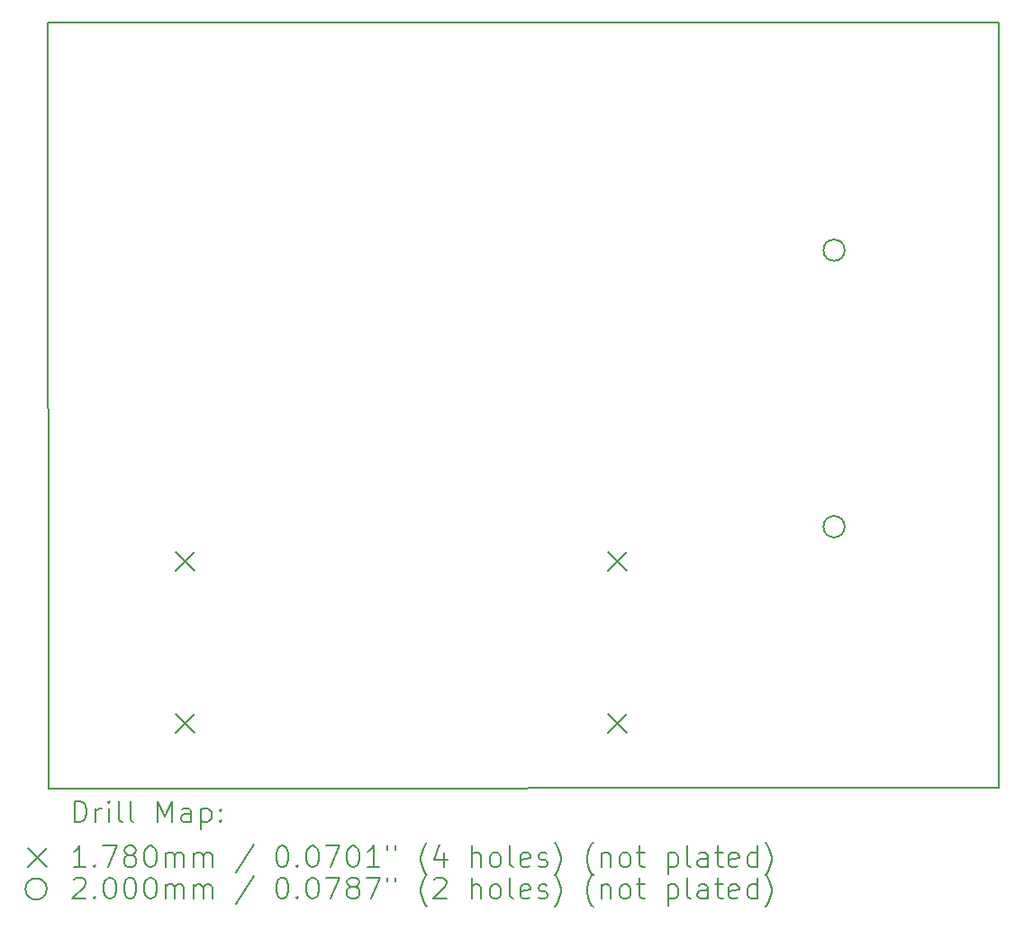
<source format=gbr>
%TF.GenerationSoftware,KiCad,Pcbnew,8.0.3*%
%TF.CreationDate,2024-06-28T19:00:07+02:00*%
%TF.ProjectId,GB-Dumper,47422d44-756d-4706-9572-2e6b69636164,0.83*%
%TF.SameCoordinates,PXafee930PY945b7e0*%
%TF.FileFunction,Drillmap*%
%TF.FilePolarity,Positive*%
%FSLAX45Y45*%
G04 Gerber Fmt 4.5, Leading zero omitted, Abs format (unit mm)*
G04 Created by KiCad (PCBNEW 8.0.3) date 2024-06-28 19:00:07*
%MOMM*%
%LPD*%
G01*
G04 APERTURE LIST*
%ADD10C,0.150000*%
%ADD11C,0.200000*%
%ADD12C,0.178000*%
G04 APERTURE END LIST*
D10*
X8935600Y7200000D02*
X8935600Y2400D01*
X-10000Y7200000D02*
X8935600Y7200000D01*
X0Y0D02*
X-10000Y7200000D01*
X8935600Y2400D02*
X0Y0D01*
D11*
D12*
X1194200Y2226400D02*
X1372200Y2048400D01*
X1372200Y2226400D02*
X1194200Y2048400D01*
X1194200Y702400D02*
X1372200Y524400D01*
X1372200Y702400D02*
X1194200Y524400D01*
X5258200Y2226400D02*
X5436200Y2048400D01*
X5436200Y2226400D02*
X5258200Y2048400D01*
X5258200Y702400D02*
X5436200Y524400D01*
X5436200Y702400D02*
X5258200Y524400D01*
D11*
X7484400Y5061600D02*
G75*
G02*
X7284400Y5061600I-100000J0D01*
G01*
X7284400Y5061600D02*
G75*
G02*
X7484400Y5061600I100000J0D01*
G01*
X7484400Y2461600D02*
G75*
G02*
X7284400Y2461600I-100000J0D01*
G01*
X7284400Y2461600D02*
G75*
G02*
X7484400Y2461600I100000J0D01*
G01*
X243277Y-318984D02*
X243277Y-118984D01*
X243277Y-118984D02*
X290896Y-118984D01*
X290896Y-118984D02*
X319467Y-128508D01*
X319467Y-128508D02*
X338515Y-147555D01*
X338515Y-147555D02*
X348039Y-166603D01*
X348039Y-166603D02*
X357562Y-204698D01*
X357562Y-204698D02*
X357562Y-233269D01*
X357562Y-233269D02*
X348039Y-271365D01*
X348039Y-271365D02*
X338515Y-290412D01*
X338515Y-290412D02*
X319467Y-309460D01*
X319467Y-309460D02*
X290896Y-318984D01*
X290896Y-318984D02*
X243277Y-318984D01*
X443277Y-318984D02*
X443277Y-185650D01*
X443277Y-223746D02*
X452801Y-204698D01*
X452801Y-204698D02*
X462324Y-195174D01*
X462324Y-195174D02*
X481372Y-185650D01*
X481372Y-185650D02*
X500420Y-185650D01*
X567086Y-318984D02*
X567086Y-185650D01*
X567086Y-118984D02*
X557563Y-128508D01*
X557563Y-128508D02*
X567086Y-138031D01*
X567086Y-138031D02*
X576610Y-128508D01*
X576610Y-128508D02*
X567086Y-118984D01*
X567086Y-118984D02*
X567086Y-138031D01*
X690896Y-318984D02*
X671848Y-309460D01*
X671848Y-309460D02*
X662324Y-290412D01*
X662324Y-290412D02*
X662324Y-118984D01*
X795658Y-318984D02*
X776610Y-309460D01*
X776610Y-309460D02*
X767086Y-290412D01*
X767086Y-290412D02*
X767086Y-118984D01*
X1024229Y-318984D02*
X1024229Y-118984D01*
X1024229Y-118984D02*
X1090896Y-261841D01*
X1090896Y-261841D02*
X1157563Y-118984D01*
X1157563Y-118984D02*
X1157563Y-318984D01*
X1338515Y-318984D02*
X1338515Y-214222D01*
X1338515Y-214222D02*
X1328991Y-195174D01*
X1328991Y-195174D02*
X1309944Y-185650D01*
X1309944Y-185650D02*
X1271848Y-185650D01*
X1271848Y-185650D02*
X1252801Y-195174D01*
X1338515Y-309460D02*
X1319467Y-318984D01*
X1319467Y-318984D02*
X1271848Y-318984D01*
X1271848Y-318984D02*
X1252801Y-309460D01*
X1252801Y-309460D02*
X1243277Y-290412D01*
X1243277Y-290412D02*
X1243277Y-271365D01*
X1243277Y-271365D02*
X1252801Y-252317D01*
X1252801Y-252317D02*
X1271848Y-242793D01*
X1271848Y-242793D02*
X1319467Y-242793D01*
X1319467Y-242793D02*
X1338515Y-233269D01*
X1433753Y-185650D02*
X1433753Y-385650D01*
X1433753Y-195174D02*
X1452801Y-185650D01*
X1452801Y-185650D02*
X1490896Y-185650D01*
X1490896Y-185650D02*
X1509943Y-195174D01*
X1509943Y-195174D02*
X1519467Y-204698D01*
X1519467Y-204698D02*
X1528991Y-223746D01*
X1528991Y-223746D02*
X1528991Y-280889D01*
X1528991Y-280889D02*
X1519467Y-299936D01*
X1519467Y-299936D02*
X1509943Y-309460D01*
X1509943Y-309460D02*
X1490896Y-318984D01*
X1490896Y-318984D02*
X1452801Y-318984D01*
X1452801Y-318984D02*
X1433753Y-309460D01*
X1614705Y-299936D02*
X1624229Y-309460D01*
X1624229Y-309460D02*
X1614705Y-318984D01*
X1614705Y-318984D02*
X1605182Y-309460D01*
X1605182Y-309460D02*
X1614705Y-299936D01*
X1614705Y-299936D02*
X1614705Y-318984D01*
X1614705Y-195174D02*
X1624229Y-204698D01*
X1624229Y-204698D02*
X1614705Y-214222D01*
X1614705Y-214222D02*
X1605182Y-204698D01*
X1605182Y-204698D02*
X1614705Y-195174D01*
X1614705Y-195174D02*
X1614705Y-214222D01*
D12*
X-195500Y-558500D02*
X-17500Y-736500D01*
X-17500Y-558500D02*
X-195500Y-736500D01*
D11*
X348039Y-738984D02*
X233753Y-738984D01*
X290896Y-738984D02*
X290896Y-538984D01*
X290896Y-538984D02*
X271848Y-567555D01*
X271848Y-567555D02*
X252801Y-586603D01*
X252801Y-586603D02*
X233753Y-596127D01*
X433753Y-719936D02*
X443277Y-729460D01*
X443277Y-729460D02*
X433753Y-738984D01*
X433753Y-738984D02*
X424229Y-729460D01*
X424229Y-729460D02*
X433753Y-719936D01*
X433753Y-719936D02*
X433753Y-738984D01*
X509943Y-538984D02*
X643277Y-538984D01*
X643277Y-538984D02*
X557563Y-738984D01*
X748039Y-624698D02*
X728991Y-615174D01*
X728991Y-615174D02*
X719467Y-605650D01*
X719467Y-605650D02*
X709943Y-586603D01*
X709943Y-586603D02*
X709943Y-577079D01*
X709943Y-577079D02*
X719467Y-558031D01*
X719467Y-558031D02*
X728991Y-548508D01*
X728991Y-548508D02*
X748039Y-538984D01*
X748039Y-538984D02*
X786134Y-538984D01*
X786134Y-538984D02*
X805182Y-548508D01*
X805182Y-548508D02*
X814705Y-558031D01*
X814705Y-558031D02*
X824229Y-577079D01*
X824229Y-577079D02*
X824229Y-586603D01*
X824229Y-586603D02*
X814705Y-605650D01*
X814705Y-605650D02*
X805182Y-615174D01*
X805182Y-615174D02*
X786134Y-624698D01*
X786134Y-624698D02*
X748039Y-624698D01*
X748039Y-624698D02*
X728991Y-634222D01*
X728991Y-634222D02*
X719467Y-643746D01*
X719467Y-643746D02*
X709943Y-662793D01*
X709943Y-662793D02*
X709943Y-700888D01*
X709943Y-700888D02*
X719467Y-719936D01*
X719467Y-719936D02*
X728991Y-729460D01*
X728991Y-729460D02*
X748039Y-738984D01*
X748039Y-738984D02*
X786134Y-738984D01*
X786134Y-738984D02*
X805182Y-729460D01*
X805182Y-729460D02*
X814705Y-719936D01*
X814705Y-719936D02*
X824229Y-700888D01*
X824229Y-700888D02*
X824229Y-662793D01*
X824229Y-662793D02*
X814705Y-643746D01*
X814705Y-643746D02*
X805182Y-634222D01*
X805182Y-634222D02*
X786134Y-624698D01*
X948039Y-538984D02*
X967086Y-538984D01*
X967086Y-538984D02*
X986134Y-548508D01*
X986134Y-548508D02*
X995658Y-558031D01*
X995658Y-558031D02*
X1005182Y-577079D01*
X1005182Y-577079D02*
X1014705Y-615174D01*
X1014705Y-615174D02*
X1014705Y-662793D01*
X1014705Y-662793D02*
X1005182Y-700888D01*
X1005182Y-700888D02*
X995658Y-719936D01*
X995658Y-719936D02*
X986134Y-729460D01*
X986134Y-729460D02*
X967086Y-738984D01*
X967086Y-738984D02*
X948039Y-738984D01*
X948039Y-738984D02*
X928991Y-729460D01*
X928991Y-729460D02*
X919467Y-719936D01*
X919467Y-719936D02*
X909943Y-700888D01*
X909943Y-700888D02*
X900420Y-662793D01*
X900420Y-662793D02*
X900420Y-615174D01*
X900420Y-615174D02*
X909943Y-577079D01*
X909943Y-577079D02*
X919467Y-558031D01*
X919467Y-558031D02*
X928991Y-548508D01*
X928991Y-548508D02*
X948039Y-538984D01*
X1100420Y-738984D02*
X1100420Y-605650D01*
X1100420Y-624698D02*
X1109944Y-615174D01*
X1109944Y-615174D02*
X1128991Y-605650D01*
X1128991Y-605650D02*
X1157563Y-605650D01*
X1157563Y-605650D02*
X1176610Y-615174D01*
X1176610Y-615174D02*
X1186134Y-634222D01*
X1186134Y-634222D02*
X1186134Y-738984D01*
X1186134Y-634222D02*
X1195658Y-615174D01*
X1195658Y-615174D02*
X1214705Y-605650D01*
X1214705Y-605650D02*
X1243277Y-605650D01*
X1243277Y-605650D02*
X1262325Y-615174D01*
X1262325Y-615174D02*
X1271848Y-634222D01*
X1271848Y-634222D02*
X1271848Y-738984D01*
X1367086Y-738984D02*
X1367086Y-605650D01*
X1367086Y-624698D02*
X1376610Y-615174D01*
X1376610Y-615174D02*
X1395658Y-605650D01*
X1395658Y-605650D02*
X1424229Y-605650D01*
X1424229Y-605650D02*
X1443277Y-615174D01*
X1443277Y-615174D02*
X1452801Y-634222D01*
X1452801Y-634222D02*
X1452801Y-738984D01*
X1452801Y-634222D02*
X1462324Y-615174D01*
X1462324Y-615174D02*
X1481372Y-605650D01*
X1481372Y-605650D02*
X1509943Y-605650D01*
X1509943Y-605650D02*
X1528991Y-615174D01*
X1528991Y-615174D02*
X1538515Y-634222D01*
X1538515Y-634222D02*
X1538515Y-738984D01*
X1928991Y-529460D02*
X1757563Y-786603D01*
X2186134Y-538984D02*
X2205182Y-538984D01*
X2205182Y-538984D02*
X2224229Y-548508D01*
X2224229Y-548508D02*
X2233753Y-558031D01*
X2233753Y-558031D02*
X2243277Y-577079D01*
X2243277Y-577079D02*
X2252801Y-615174D01*
X2252801Y-615174D02*
X2252801Y-662793D01*
X2252801Y-662793D02*
X2243277Y-700888D01*
X2243277Y-700888D02*
X2233753Y-719936D01*
X2233753Y-719936D02*
X2224229Y-729460D01*
X2224229Y-729460D02*
X2205182Y-738984D01*
X2205182Y-738984D02*
X2186134Y-738984D01*
X2186134Y-738984D02*
X2167087Y-729460D01*
X2167087Y-729460D02*
X2157563Y-719936D01*
X2157563Y-719936D02*
X2148039Y-700888D01*
X2148039Y-700888D02*
X2138515Y-662793D01*
X2138515Y-662793D02*
X2138515Y-615174D01*
X2138515Y-615174D02*
X2148039Y-577079D01*
X2148039Y-577079D02*
X2157563Y-558031D01*
X2157563Y-558031D02*
X2167087Y-548508D01*
X2167087Y-548508D02*
X2186134Y-538984D01*
X2338515Y-719936D02*
X2348039Y-729460D01*
X2348039Y-729460D02*
X2338515Y-738984D01*
X2338515Y-738984D02*
X2328991Y-729460D01*
X2328991Y-729460D02*
X2338515Y-719936D01*
X2338515Y-719936D02*
X2338515Y-738984D01*
X2471848Y-538984D02*
X2490896Y-538984D01*
X2490896Y-538984D02*
X2509944Y-548508D01*
X2509944Y-548508D02*
X2519468Y-558031D01*
X2519468Y-558031D02*
X2528991Y-577079D01*
X2528991Y-577079D02*
X2538515Y-615174D01*
X2538515Y-615174D02*
X2538515Y-662793D01*
X2538515Y-662793D02*
X2528991Y-700888D01*
X2528991Y-700888D02*
X2519468Y-719936D01*
X2519468Y-719936D02*
X2509944Y-729460D01*
X2509944Y-729460D02*
X2490896Y-738984D01*
X2490896Y-738984D02*
X2471848Y-738984D01*
X2471848Y-738984D02*
X2452801Y-729460D01*
X2452801Y-729460D02*
X2443277Y-719936D01*
X2443277Y-719936D02*
X2433753Y-700888D01*
X2433753Y-700888D02*
X2424229Y-662793D01*
X2424229Y-662793D02*
X2424229Y-615174D01*
X2424229Y-615174D02*
X2433753Y-577079D01*
X2433753Y-577079D02*
X2443277Y-558031D01*
X2443277Y-558031D02*
X2452801Y-548508D01*
X2452801Y-548508D02*
X2471848Y-538984D01*
X2605182Y-538984D02*
X2738515Y-538984D01*
X2738515Y-538984D02*
X2652801Y-738984D01*
X2852801Y-538984D02*
X2871848Y-538984D01*
X2871848Y-538984D02*
X2890896Y-548508D01*
X2890896Y-548508D02*
X2900420Y-558031D01*
X2900420Y-558031D02*
X2909944Y-577079D01*
X2909944Y-577079D02*
X2919467Y-615174D01*
X2919467Y-615174D02*
X2919467Y-662793D01*
X2919467Y-662793D02*
X2909944Y-700888D01*
X2909944Y-700888D02*
X2900420Y-719936D01*
X2900420Y-719936D02*
X2890896Y-729460D01*
X2890896Y-729460D02*
X2871848Y-738984D01*
X2871848Y-738984D02*
X2852801Y-738984D01*
X2852801Y-738984D02*
X2833753Y-729460D01*
X2833753Y-729460D02*
X2824229Y-719936D01*
X2824229Y-719936D02*
X2814706Y-700888D01*
X2814706Y-700888D02*
X2805182Y-662793D01*
X2805182Y-662793D02*
X2805182Y-615174D01*
X2805182Y-615174D02*
X2814706Y-577079D01*
X2814706Y-577079D02*
X2824229Y-558031D01*
X2824229Y-558031D02*
X2833753Y-548508D01*
X2833753Y-548508D02*
X2852801Y-538984D01*
X3109944Y-738984D02*
X2995658Y-738984D01*
X3052801Y-738984D02*
X3052801Y-538984D01*
X3052801Y-538984D02*
X3033753Y-567555D01*
X3033753Y-567555D02*
X3014706Y-586603D01*
X3014706Y-586603D02*
X2995658Y-596127D01*
X3186134Y-538984D02*
X3186134Y-577079D01*
X3262325Y-538984D02*
X3262325Y-577079D01*
X3557563Y-815174D02*
X3548039Y-805650D01*
X3548039Y-805650D02*
X3528991Y-777079D01*
X3528991Y-777079D02*
X3519468Y-758031D01*
X3519468Y-758031D02*
X3509944Y-729460D01*
X3509944Y-729460D02*
X3500420Y-681841D01*
X3500420Y-681841D02*
X3500420Y-643746D01*
X3500420Y-643746D02*
X3509944Y-596127D01*
X3509944Y-596127D02*
X3519468Y-567555D01*
X3519468Y-567555D02*
X3528991Y-548508D01*
X3528991Y-548508D02*
X3548039Y-519936D01*
X3548039Y-519936D02*
X3557563Y-510412D01*
X3719468Y-605650D02*
X3719468Y-738984D01*
X3671848Y-529460D02*
X3624229Y-672317D01*
X3624229Y-672317D02*
X3748039Y-672317D01*
X3976610Y-738984D02*
X3976610Y-538984D01*
X4062325Y-738984D02*
X4062325Y-634222D01*
X4062325Y-634222D02*
X4052801Y-615174D01*
X4052801Y-615174D02*
X4033753Y-605650D01*
X4033753Y-605650D02*
X4005182Y-605650D01*
X4005182Y-605650D02*
X3986134Y-615174D01*
X3986134Y-615174D02*
X3976610Y-624698D01*
X4186134Y-738984D02*
X4167087Y-729460D01*
X4167087Y-729460D02*
X4157563Y-719936D01*
X4157563Y-719936D02*
X4148039Y-700888D01*
X4148039Y-700888D02*
X4148039Y-643746D01*
X4148039Y-643746D02*
X4157563Y-624698D01*
X4157563Y-624698D02*
X4167087Y-615174D01*
X4167087Y-615174D02*
X4186134Y-605650D01*
X4186134Y-605650D02*
X4214706Y-605650D01*
X4214706Y-605650D02*
X4233753Y-615174D01*
X4233753Y-615174D02*
X4243277Y-624698D01*
X4243277Y-624698D02*
X4252801Y-643746D01*
X4252801Y-643746D02*
X4252801Y-700888D01*
X4252801Y-700888D02*
X4243277Y-719936D01*
X4243277Y-719936D02*
X4233753Y-729460D01*
X4233753Y-729460D02*
X4214706Y-738984D01*
X4214706Y-738984D02*
X4186134Y-738984D01*
X4367087Y-738984D02*
X4348039Y-729460D01*
X4348039Y-729460D02*
X4338515Y-710412D01*
X4338515Y-710412D02*
X4338515Y-538984D01*
X4519468Y-729460D02*
X4500420Y-738984D01*
X4500420Y-738984D02*
X4462325Y-738984D01*
X4462325Y-738984D02*
X4443277Y-729460D01*
X4443277Y-729460D02*
X4433753Y-710412D01*
X4433753Y-710412D02*
X4433753Y-634222D01*
X4433753Y-634222D02*
X4443277Y-615174D01*
X4443277Y-615174D02*
X4462325Y-605650D01*
X4462325Y-605650D02*
X4500420Y-605650D01*
X4500420Y-605650D02*
X4519468Y-615174D01*
X4519468Y-615174D02*
X4528992Y-634222D01*
X4528992Y-634222D02*
X4528992Y-653270D01*
X4528992Y-653270D02*
X4433753Y-672317D01*
X4605182Y-729460D02*
X4624230Y-738984D01*
X4624230Y-738984D02*
X4662325Y-738984D01*
X4662325Y-738984D02*
X4681373Y-729460D01*
X4681373Y-729460D02*
X4690896Y-710412D01*
X4690896Y-710412D02*
X4690896Y-700888D01*
X4690896Y-700888D02*
X4681373Y-681841D01*
X4681373Y-681841D02*
X4662325Y-672317D01*
X4662325Y-672317D02*
X4633753Y-672317D01*
X4633753Y-672317D02*
X4614706Y-662793D01*
X4614706Y-662793D02*
X4605182Y-643746D01*
X4605182Y-643746D02*
X4605182Y-634222D01*
X4605182Y-634222D02*
X4614706Y-615174D01*
X4614706Y-615174D02*
X4633753Y-605650D01*
X4633753Y-605650D02*
X4662325Y-605650D01*
X4662325Y-605650D02*
X4681373Y-615174D01*
X4757563Y-815174D02*
X4767087Y-805650D01*
X4767087Y-805650D02*
X4786134Y-777079D01*
X4786134Y-777079D02*
X4795658Y-758031D01*
X4795658Y-758031D02*
X4805182Y-729460D01*
X4805182Y-729460D02*
X4814706Y-681841D01*
X4814706Y-681841D02*
X4814706Y-643746D01*
X4814706Y-643746D02*
X4805182Y-596127D01*
X4805182Y-596127D02*
X4795658Y-567555D01*
X4795658Y-567555D02*
X4786134Y-548508D01*
X4786134Y-548508D02*
X4767087Y-519936D01*
X4767087Y-519936D02*
X4757563Y-510412D01*
X5119468Y-815174D02*
X5109944Y-805650D01*
X5109944Y-805650D02*
X5090896Y-777079D01*
X5090896Y-777079D02*
X5081373Y-758031D01*
X5081373Y-758031D02*
X5071849Y-729460D01*
X5071849Y-729460D02*
X5062325Y-681841D01*
X5062325Y-681841D02*
X5062325Y-643746D01*
X5062325Y-643746D02*
X5071849Y-596127D01*
X5071849Y-596127D02*
X5081373Y-567555D01*
X5081373Y-567555D02*
X5090896Y-548508D01*
X5090896Y-548508D02*
X5109944Y-519936D01*
X5109944Y-519936D02*
X5119468Y-510412D01*
X5195658Y-605650D02*
X5195658Y-738984D01*
X5195658Y-624698D02*
X5205182Y-615174D01*
X5205182Y-615174D02*
X5224230Y-605650D01*
X5224230Y-605650D02*
X5252801Y-605650D01*
X5252801Y-605650D02*
X5271849Y-615174D01*
X5271849Y-615174D02*
X5281373Y-634222D01*
X5281373Y-634222D02*
X5281373Y-738984D01*
X5405182Y-738984D02*
X5386134Y-729460D01*
X5386134Y-729460D02*
X5376611Y-719936D01*
X5376611Y-719936D02*
X5367087Y-700888D01*
X5367087Y-700888D02*
X5367087Y-643746D01*
X5367087Y-643746D02*
X5376611Y-624698D01*
X5376611Y-624698D02*
X5386134Y-615174D01*
X5386134Y-615174D02*
X5405182Y-605650D01*
X5405182Y-605650D02*
X5433754Y-605650D01*
X5433754Y-605650D02*
X5452801Y-615174D01*
X5452801Y-615174D02*
X5462325Y-624698D01*
X5462325Y-624698D02*
X5471849Y-643746D01*
X5471849Y-643746D02*
X5471849Y-700888D01*
X5471849Y-700888D02*
X5462325Y-719936D01*
X5462325Y-719936D02*
X5452801Y-729460D01*
X5452801Y-729460D02*
X5433754Y-738984D01*
X5433754Y-738984D02*
X5405182Y-738984D01*
X5528992Y-605650D02*
X5605182Y-605650D01*
X5557563Y-538984D02*
X5557563Y-710412D01*
X5557563Y-710412D02*
X5567087Y-729460D01*
X5567087Y-729460D02*
X5586134Y-738984D01*
X5586134Y-738984D02*
X5605182Y-738984D01*
X5824230Y-605650D02*
X5824230Y-805650D01*
X5824230Y-615174D02*
X5843277Y-605650D01*
X5843277Y-605650D02*
X5881373Y-605650D01*
X5881373Y-605650D02*
X5900420Y-615174D01*
X5900420Y-615174D02*
X5909944Y-624698D01*
X5909944Y-624698D02*
X5919468Y-643746D01*
X5919468Y-643746D02*
X5919468Y-700888D01*
X5919468Y-700888D02*
X5909944Y-719936D01*
X5909944Y-719936D02*
X5900420Y-729460D01*
X5900420Y-729460D02*
X5881373Y-738984D01*
X5881373Y-738984D02*
X5843277Y-738984D01*
X5843277Y-738984D02*
X5824230Y-729460D01*
X6033753Y-738984D02*
X6014706Y-729460D01*
X6014706Y-729460D02*
X6005182Y-710412D01*
X6005182Y-710412D02*
X6005182Y-538984D01*
X6195658Y-738984D02*
X6195658Y-634222D01*
X6195658Y-634222D02*
X6186134Y-615174D01*
X6186134Y-615174D02*
X6167087Y-605650D01*
X6167087Y-605650D02*
X6128992Y-605650D01*
X6128992Y-605650D02*
X6109944Y-615174D01*
X6195658Y-729460D02*
X6176611Y-738984D01*
X6176611Y-738984D02*
X6128992Y-738984D01*
X6128992Y-738984D02*
X6109944Y-729460D01*
X6109944Y-729460D02*
X6100420Y-710412D01*
X6100420Y-710412D02*
X6100420Y-691365D01*
X6100420Y-691365D02*
X6109944Y-672317D01*
X6109944Y-672317D02*
X6128992Y-662793D01*
X6128992Y-662793D02*
X6176611Y-662793D01*
X6176611Y-662793D02*
X6195658Y-653270D01*
X6262325Y-605650D02*
X6338515Y-605650D01*
X6290896Y-538984D02*
X6290896Y-710412D01*
X6290896Y-710412D02*
X6300420Y-729460D01*
X6300420Y-729460D02*
X6319468Y-738984D01*
X6319468Y-738984D02*
X6338515Y-738984D01*
X6481373Y-729460D02*
X6462325Y-738984D01*
X6462325Y-738984D02*
X6424230Y-738984D01*
X6424230Y-738984D02*
X6405182Y-729460D01*
X6405182Y-729460D02*
X6395658Y-710412D01*
X6395658Y-710412D02*
X6395658Y-634222D01*
X6395658Y-634222D02*
X6405182Y-615174D01*
X6405182Y-615174D02*
X6424230Y-605650D01*
X6424230Y-605650D02*
X6462325Y-605650D01*
X6462325Y-605650D02*
X6481373Y-615174D01*
X6481373Y-615174D02*
X6490896Y-634222D01*
X6490896Y-634222D02*
X6490896Y-653270D01*
X6490896Y-653270D02*
X6395658Y-672317D01*
X6662325Y-738984D02*
X6662325Y-538984D01*
X6662325Y-729460D02*
X6643277Y-738984D01*
X6643277Y-738984D02*
X6605182Y-738984D01*
X6605182Y-738984D02*
X6586134Y-729460D01*
X6586134Y-729460D02*
X6576611Y-719936D01*
X6576611Y-719936D02*
X6567087Y-700888D01*
X6567087Y-700888D02*
X6567087Y-643746D01*
X6567087Y-643746D02*
X6576611Y-624698D01*
X6576611Y-624698D02*
X6586134Y-615174D01*
X6586134Y-615174D02*
X6605182Y-605650D01*
X6605182Y-605650D02*
X6643277Y-605650D01*
X6643277Y-605650D02*
X6662325Y-615174D01*
X6738515Y-815174D02*
X6748039Y-805650D01*
X6748039Y-805650D02*
X6767087Y-777079D01*
X6767087Y-777079D02*
X6776611Y-758031D01*
X6776611Y-758031D02*
X6786134Y-729460D01*
X6786134Y-729460D02*
X6795658Y-681841D01*
X6795658Y-681841D02*
X6795658Y-643746D01*
X6795658Y-643746D02*
X6786134Y-596127D01*
X6786134Y-596127D02*
X6776611Y-567555D01*
X6776611Y-567555D02*
X6767087Y-548508D01*
X6767087Y-548508D02*
X6748039Y-519936D01*
X6748039Y-519936D02*
X6738515Y-510412D01*
X-17500Y-945500D02*
G75*
G02*
X-217500Y-945500I-100000J0D01*
G01*
X-217500Y-945500D02*
G75*
G02*
X-17500Y-945500I100000J0D01*
G01*
X233753Y-856031D02*
X243277Y-846508D01*
X243277Y-846508D02*
X262324Y-836984D01*
X262324Y-836984D02*
X309944Y-836984D01*
X309944Y-836984D02*
X328991Y-846508D01*
X328991Y-846508D02*
X338515Y-856031D01*
X338515Y-856031D02*
X348039Y-875079D01*
X348039Y-875079D02*
X348039Y-894127D01*
X348039Y-894127D02*
X338515Y-922698D01*
X338515Y-922698D02*
X224229Y-1036984D01*
X224229Y-1036984D02*
X348039Y-1036984D01*
X433753Y-1017936D02*
X443277Y-1027460D01*
X443277Y-1027460D02*
X433753Y-1036984D01*
X433753Y-1036984D02*
X424229Y-1027460D01*
X424229Y-1027460D02*
X433753Y-1017936D01*
X433753Y-1017936D02*
X433753Y-1036984D01*
X567086Y-836984D02*
X586134Y-836984D01*
X586134Y-836984D02*
X605182Y-846508D01*
X605182Y-846508D02*
X614705Y-856031D01*
X614705Y-856031D02*
X624229Y-875079D01*
X624229Y-875079D02*
X633753Y-913174D01*
X633753Y-913174D02*
X633753Y-960793D01*
X633753Y-960793D02*
X624229Y-998888D01*
X624229Y-998888D02*
X614705Y-1017936D01*
X614705Y-1017936D02*
X605182Y-1027460D01*
X605182Y-1027460D02*
X586134Y-1036984D01*
X586134Y-1036984D02*
X567086Y-1036984D01*
X567086Y-1036984D02*
X548039Y-1027460D01*
X548039Y-1027460D02*
X538515Y-1017936D01*
X538515Y-1017936D02*
X528991Y-998888D01*
X528991Y-998888D02*
X519467Y-960793D01*
X519467Y-960793D02*
X519467Y-913174D01*
X519467Y-913174D02*
X528991Y-875079D01*
X528991Y-875079D02*
X538515Y-856031D01*
X538515Y-856031D02*
X548039Y-846508D01*
X548039Y-846508D02*
X567086Y-836984D01*
X757562Y-836984D02*
X776610Y-836984D01*
X776610Y-836984D02*
X795658Y-846508D01*
X795658Y-846508D02*
X805182Y-856031D01*
X805182Y-856031D02*
X814705Y-875079D01*
X814705Y-875079D02*
X824229Y-913174D01*
X824229Y-913174D02*
X824229Y-960793D01*
X824229Y-960793D02*
X814705Y-998888D01*
X814705Y-998888D02*
X805182Y-1017936D01*
X805182Y-1017936D02*
X795658Y-1027460D01*
X795658Y-1027460D02*
X776610Y-1036984D01*
X776610Y-1036984D02*
X757562Y-1036984D01*
X757562Y-1036984D02*
X738515Y-1027460D01*
X738515Y-1027460D02*
X728991Y-1017936D01*
X728991Y-1017936D02*
X719467Y-998888D01*
X719467Y-998888D02*
X709943Y-960793D01*
X709943Y-960793D02*
X709943Y-913174D01*
X709943Y-913174D02*
X719467Y-875079D01*
X719467Y-875079D02*
X728991Y-856031D01*
X728991Y-856031D02*
X738515Y-846508D01*
X738515Y-846508D02*
X757562Y-836984D01*
X948039Y-836984D02*
X967086Y-836984D01*
X967086Y-836984D02*
X986134Y-846508D01*
X986134Y-846508D02*
X995658Y-856031D01*
X995658Y-856031D02*
X1005182Y-875079D01*
X1005182Y-875079D02*
X1014705Y-913174D01*
X1014705Y-913174D02*
X1014705Y-960793D01*
X1014705Y-960793D02*
X1005182Y-998888D01*
X1005182Y-998888D02*
X995658Y-1017936D01*
X995658Y-1017936D02*
X986134Y-1027460D01*
X986134Y-1027460D02*
X967086Y-1036984D01*
X967086Y-1036984D02*
X948039Y-1036984D01*
X948039Y-1036984D02*
X928991Y-1027460D01*
X928991Y-1027460D02*
X919467Y-1017936D01*
X919467Y-1017936D02*
X909943Y-998888D01*
X909943Y-998888D02*
X900420Y-960793D01*
X900420Y-960793D02*
X900420Y-913174D01*
X900420Y-913174D02*
X909943Y-875079D01*
X909943Y-875079D02*
X919467Y-856031D01*
X919467Y-856031D02*
X928991Y-846508D01*
X928991Y-846508D02*
X948039Y-836984D01*
X1100420Y-1036984D02*
X1100420Y-903650D01*
X1100420Y-922698D02*
X1109944Y-913174D01*
X1109944Y-913174D02*
X1128991Y-903650D01*
X1128991Y-903650D02*
X1157563Y-903650D01*
X1157563Y-903650D02*
X1176610Y-913174D01*
X1176610Y-913174D02*
X1186134Y-932222D01*
X1186134Y-932222D02*
X1186134Y-1036984D01*
X1186134Y-932222D02*
X1195658Y-913174D01*
X1195658Y-913174D02*
X1214705Y-903650D01*
X1214705Y-903650D02*
X1243277Y-903650D01*
X1243277Y-903650D02*
X1262325Y-913174D01*
X1262325Y-913174D02*
X1271848Y-932222D01*
X1271848Y-932222D02*
X1271848Y-1036984D01*
X1367086Y-1036984D02*
X1367086Y-903650D01*
X1367086Y-922698D02*
X1376610Y-913174D01*
X1376610Y-913174D02*
X1395658Y-903650D01*
X1395658Y-903650D02*
X1424229Y-903650D01*
X1424229Y-903650D02*
X1443277Y-913174D01*
X1443277Y-913174D02*
X1452801Y-932222D01*
X1452801Y-932222D02*
X1452801Y-1036984D01*
X1452801Y-932222D02*
X1462324Y-913174D01*
X1462324Y-913174D02*
X1481372Y-903650D01*
X1481372Y-903650D02*
X1509943Y-903650D01*
X1509943Y-903650D02*
X1528991Y-913174D01*
X1528991Y-913174D02*
X1538515Y-932222D01*
X1538515Y-932222D02*
X1538515Y-1036984D01*
X1928991Y-827460D02*
X1757563Y-1084603D01*
X2186134Y-836984D02*
X2205182Y-836984D01*
X2205182Y-836984D02*
X2224229Y-846508D01*
X2224229Y-846508D02*
X2233753Y-856031D01*
X2233753Y-856031D02*
X2243277Y-875079D01*
X2243277Y-875079D02*
X2252801Y-913174D01*
X2252801Y-913174D02*
X2252801Y-960793D01*
X2252801Y-960793D02*
X2243277Y-998888D01*
X2243277Y-998888D02*
X2233753Y-1017936D01*
X2233753Y-1017936D02*
X2224229Y-1027460D01*
X2224229Y-1027460D02*
X2205182Y-1036984D01*
X2205182Y-1036984D02*
X2186134Y-1036984D01*
X2186134Y-1036984D02*
X2167087Y-1027460D01*
X2167087Y-1027460D02*
X2157563Y-1017936D01*
X2157563Y-1017936D02*
X2148039Y-998888D01*
X2148039Y-998888D02*
X2138515Y-960793D01*
X2138515Y-960793D02*
X2138515Y-913174D01*
X2138515Y-913174D02*
X2148039Y-875079D01*
X2148039Y-875079D02*
X2157563Y-856031D01*
X2157563Y-856031D02*
X2167087Y-846508D01*
X2167087Y-846508D02*
X2186134Y-836984D01*
X2338515Y-1017936D02*
X2348039Y-1027460D01*
X2348039Y-1027460D02*
X2338515Y-1036984D01*
X2338515Y-1036984D02*
X2328991Y-1027460D01*
X2328991Y-1027460D02*
X2338515Y-1017936D01*
X2338515Y-1017936D02*
X2338515Y-1036984D01*
X2471848Y-836984D02*
X2490896Y-836984D01*
X2490896Y-836984D02*
X2509944Y-846508D01*
X2509944Y-846508D02*
X2519468Y-856031D01*
X2519468Y-856031D02*
X2528991Y-875079D01*
X2528991Y-875079D02*
X2538515Y-913174D01*
X2538515Y-913174D02*
X2538515Y-960793D01*
X2538515Y-960793D02*
X2528991Y-998888D01*
X2528991Y-998888D02*
X2519468Y-1017936D01*
X2519468Y-1017936D02*
X2509944Y-1027460D01*
X2509944Y-1027460D02*
X2490896Y-1036984D01*
X2490896Y-1036984D02*
X2471848Y-1036984D01*
X2471848Y-1036984D02*
X2452801Y-1027460D01*
X2452801Y-1027460D02*
X2443277Y-1017936D01*
X2443277Y-1017936D02*
X2433753Y-998888D01*
X2433753Y-998888D02*
X2424229Y-960793D01*
X2424229Y-960793D02*
X2424229Y-913174D01*
X2424229Y-913174D02*
X2433753Y-875079D01*
X2433753Y-875079D02*
X2443277Y-856031D01*
X2443277Y-856031D02*
X2452801Y-846508D01*
X2452801Y-846508D02*
X2471848Y-836984D01*
X2605182Y-836984D02*
X2738515Y-836984D01*
X2738515Y-836984D02*
X2652801Y-1036984D01*
X2843277Y-922698D02*
X2824229Y-913174D01*
X2824229Y-913174D02*
X2814706Y-903650D01*
X2814706Y-903650D02*
X2805182Y-884603D01*
X2805182Y-884603D02*
X2805182Y-875079D01*
X2805182Y-875079D02*
X2814706Y-856031D01*
X2814706Y-856031D02*
X2824229Y-846508D01*
X2824229Y-846508D02*
X2843277Y-836984D01*
X2843277Y-836984D02*
X2881372Y-836984D01*
X2881372Y-836984D02*
X2900420Y-846508D01*
X2900420Y-846508D02*
X2909944Y-856031D01*
X2909944Y-856031D02*
X2919467Y-875079D01*
X2919467Y-875079D02*
X2919467Y-884603D01*
X2919467Y-884603D02*
X2909944Y-903650D01*
X2909944Y-903650D02*
X2900420Y-913174D01*
X2900420Y-913174D02*
X2881372Y-922698D01*
X2881372Y-922698D02*
X2843277Y-922698D01*
X2843277Y-922698D02*
X2824229Y-932222D01*
X2824229Y-932222D02*
X2814706Y-941746D01*
X2814706Y-941746D02*
X2805182Y-960793D01*
X2805182Y-960793D02*
X2805182Y-998888D01*
X2805182Y-998888D02*
X2814706Y-1017936D01*
X2814706Y-1017936D02*
X2824229Y-1027460D01*
X2824229Y-1027460D02*
X2843277Y-1036984D01*
X2843277Y-1036984D02*
X2881372Y-1036984D01*
X2881372Y-1036984D02*
X2900420Y-1027460D01*
X2900420Y-1027460D02*
X2909944Y-1017936D01*
X2909944Y-1017936D02*
X2919467Y-998888D01*
X2919467Y-998888D02*
X2919467Y-960793D01*
X2919467Y-960793D02*
X2909944Y-941746D01*
X2909944Y-941746D02*
X2900420Y-932222D01*
X2900420Y-932222D02*
X2881372Y-922698D01*
X2986134Y-836984D02*
X3119467Y-836984D01*
X3119467Y-836984D02*
X3033753Y-1036984D01*
X3186134Y-836984D02*
X3186134Y-875079D01*
X3262325Y-836984D02*
X3262325Y-875079D01*
X3557563Y-1113174D02*
X3548039Y-1103650D01*
X3548039Y-1103650D02*
X3528991Y-1075079D01*
X3528991Y-1075079D02*
X3519468Y-1056031D01*
X3519468Y-1056031D02*
X3509944Y-1027460D01*
X3509944Y-1027460D02*
X3500420Y-979841D01*
X3500420Y-979841D02*
X3500420Y-941746D01*
X3500420Y-941746D02*
X3509944Y-894127D01*
X3509944Y-894127D02*
X3519468Y-865555D01*
X3519468Y-865555D02*
X3528991Y-846508D01*
X3528991Y-846508D02*
X3548039Y-817936D01*
X3548039Y-817936D02*
X3557563Y-808412D01*
X3624229Y-856031D02*
X3633753Y-846508D01*
X3633753Y-846508D02*
X3652801Y-836984D01*
X3652801Y-836984D02*
X3700420Y-836984D01*
X3700420Y-836984D02*
X3719468Y-846508D01*
X3719468Y-846508D02*
X3728991Y-856031D01*
X3728991Y-856031D02*
X3738515Y-875079D01*
X3738515Y-875079D02*
X3738515Y-894127D01*
X3738515Y-894127D02*
X3728991Y-922698D01*
X3728991Y-922698D02*
X3614706Y-1036984D01*
X3614706Y-1036984D02*
X3738515Y-1036984D01*
X3976610Y-1036984D02*
X3976610Y-836984D01*
X4062325Y-1036984D02*
X4062325Y-932222D01*
X4062325Y-932222D02*
X4052801Y-913174D01*
X4052801Y-913174D02*
X4033753Y-903650D01*
X4033753Y-903650D02*
X4005182Y-903650D01*
X4005182Y-903650D02*
X3986134Y-913174D01*
X3986134Y-913174D02*
X3976610Y-922698D01*
X4186134Y-1036984D02*
X4167087Y-1027460D01*
X4167087Y-1027460D02*
X4157563Y-1017936D01*
X4157563Y-1017936D02*
X4148039Y-998888D01*
X4148039Y-998888D02*
X4148039Y-941746D01*
X4148039Y-941746D02*
X4157563Y-922698D01*
X4157563Y-922698D02*
X4167087Y-913174D01*
X4167087Y-913174D02*
X4186134Y-903650D01*
X4186134Y-903650D02*
X4214706Y-903650D01*
X4214706Y-903650D02*
X4233753Y-913174D01*
X4233753Y-913174D02*
X4243277Y-922698D01*
X4243277Y-922698D02*
X4252801Y-941746D01*
X4252801Y-941746D02*
X4252801Y-998888D01*
X4252801Y-998888D02*
X4243277Y-1017936D01*
X4243277Y-1017936D02*
X4233753Y-1027460D01*
X4233753Y-1027460D02*
X4214706Y-1036984D01*
X4214706Y-1036984D02*
X4186134Y-1036984D01*
X4367087Y-1036984D02*
X4348039Y-1027460D01*
X4348039Y-1027460D02*
X4338515Y-1008412D01*
X4338515Y-1008412D02*
X4338515Y-836984D01*
X4519468Y-1027460D02*
X4500420Y-1036984D01*
X4500420Y-1036984D02*
X4462325Y-1036984D01*
X4462325Y-1036984D02*
X4443277Y-1027460D01*
X4443277Y-1027460D02*
X4433753Y-1008412D01*
X4433753Y-1008412D02*
X4433753Y-932222D01*
X4433753Y-932222D02*
X4443277Y-913174D01*
X4443277Y-913174D02*
X4462325Y-903650D01*
X4462325Y-903650D02*
X4500420Y-903650D01*
X4500420Y-903650D02*
X4519468Y-913174D01*
X4519468Y-913174D02*
X4528992Y-932222D01*
X4528992Y-932222D02*
X4528992Y-951269D01*
X4528992Y-951269D02*
X4433753Y-970317D01*
X4605182Y-1027460D02*
X4624230Y-1036984D01*
X4624230Y-1036984D02*
X4662325Y-1036984D01*
X4662325Y-1036984D02*
X4681373Y-1027460D01*
X4681373Y-1027460D02*
X4690896Y-1008412D01*
X4690896Y-1008412D02*
X4690896Y-998888D01*
X4690896Y-998888D02*
X4681373Y-979841D01*
X4681373Y-979841D02*
X4662325Y-970317D01*
X4662325Y-970317D02*
X4633753Y-970317D01*
X4633753Y-970317D02*
X4614706Y-960793D01*
X4614706Y-960793D02*
X4605182Y-941746D01*
X4605182Y-941746D02*
X4605182Y-932222D01*
X4605182Y-932222D02*
X4614706Y-913174D01*
X4614706Y-913174D02*
X4633753Y-903650D01*
X4633753Y-903650D02*
X4662325Y-903650D01*
X4662325Y-903650D02*
X4681373Y-913174D01*
X4757563Y-1113174D02*
X4767087Y-1103650D01*
X4767087Y-1103650D02*
X4786134Y-1075079D01*
X4786134Y-1075079D02*
X4795658Y-1056031D01*
X4795658Y-1056031D02*
X4805182Y-1027460D01*
X4805182Y-1027460D02*
X4814706Y-979841D01*
X4814706Y-979841D02*
X4814706Y-941746D01*
X4814706Y-941746D02*
X4805182Y-894127D01*
X4805182Y-894127D02*
X4795658Y-865555D01*
X4795658Y-865555D02*
X4786134Y-846508D01*
X4786134Y-846508D02*
X4767087Y-817936D01*
X4767087Y-817936D02*
X4757563Y-808412D01*
X5119468Y-1113174D02*
X5109944Y-1103650D01*
X5109944Y-1103650D02*
X5090896Y-1075079D01*
X5090896Y-1075079D02*
X5081373Y-1056031D01*
X5081373Y-1056031D02*
X5071849Y-1027460D01*
X5071849Y-1027460D02*
X5062325Y-979841D01*
X5062325Y-979841D02*
X5062325Y-941746D01*
X5062325Y-941746D02*
X5071849Y-894127D01*
X5071849Y-894127D02*
X5081373Y-865555D01*
X5081373Y-865555D02*
X5090896Y-846508D01*
X5090896Y-846508D02*
X5109944Y-817936D01*
X5109944Y-817936D02*
X5119468Y-808412D01*
X5195658Y-903650D02*
X5195658Y-1036984D01*
X5195658Y-922698D02*
X5205182Y-913174D01*
X5205182Y-913174D02*
X5224230Y-903650D01*
X5224230Y-903650D02*
X5252801Y-903650D01*
X5252801Y-903650D02*
X5271849Y-913174D01*
X5271849Y-913174D02*
X5281373Y-932222D01*
X5281373Y-932222D02*
X5281373Y-1036984D01*
X5405182Y-1036984D02*
X5386134Y-1027460D01*
X5386134Y-1027460D02*
X5376611Y-1017936D01*
X5376611Y-1017936D02*
X5367087Y-998888D01*
X5367087Y-998888D02*
X5367087Y-941746D01*
X5367087Y-941746D02*
X5376611Y-922698D01*
X5376611Y-922698D02*
X5386134Y-913174D01*
X5386134Y-913174D02*
X5405182Y-903650D01*
X5405182Y-903650D02*
X5433754Y-903650D01*
X5433754Y-903650D02*
X5452801Y-913174D01*
X5452801Y-913174D02*
X5462325Y-922698D01*
X5462325Y-922698D02*
X5471849Y-941746D01*
X5471849Y-941746D02*
X5471849Y-998888D01*
X5471849Y-998888D02*
X5462325Y-1017936D01*
X5462325Y-1017936D02*
X5452801Y-1027460D01*
X5452801Y-1027460D02*
X5433754Y-1036984D01*
X5433754Y-1036984D02*
X5405182Y-1036984D01*
X5528992Y-903650D02*
X5605182Y-903650D01*
X5557563Y-836984D02*
X5557563Y-1008412D01*
X5557563Y-1008412D02*
X5567087Y-1027460D01*
X5567087Y-1027460D02*
X5586134Y-1036984D01*
X5586134Y-1036984D02*
X5605182Y-1036984D01*
X5824230Y-903650D02*
X5824230Y-1103650D01*
X5824230Y-913174D02*
X5843277Y-903650D01*
X5843277Y-903650D02*
X5881373Y-903650D01*
X5881373Y-903650D02*
X5900420Y-913174D01*
X5900420Y-913174D02*
X5909944Y-922698D01*
X5909944Y-922698D02*
X5919468Y-941746D01*
X5919468Y-941746D02*
X5919468Y-998888D01*
X5919468Y-998888D02*
X5909944Y-1017936D01*
X5909944Y-1017936D02*
X5900420Y-1027460D01*
X5900420Y-1027460D02*
X5881373Y-1036984D01*
X5881373Y-1036984D02*
X5843277Y-1036984D01*
X5843277Y-1036984D02*
X5824230Y-1027460D01*
X6033753Y-1036984D02*
X6014706Y-1027460D01*
X6014706Y-1027460D02*
X6005182Y-1008412D01*
X6005182Y-1008412D02*
X6005182Y-836984D01*
X6195658Y-1036984D02*
X6195658Y-932222D01*
X6195658Y-932222D02*
X6186134Y-913174D01*
X6186134Y-913174D02*
X6167087Y-903650D01*
X6167087Y-903650D02*
X6128992Y-903650D01*
X6128992Y-903650D02*
X6109944Y-913174D01*
X6195658Y-1027460D02*
X6176611Y-1036984D01*
X6176611Y-1036984D02*
X6128992Y-1036984D01*
X6128992Y-1036984D02*
X6109944Y-1027460D01*
X6109944Y-1027460D02*
X6100420Y-1008412D01*
X6100420Y-1008412D02*
X6100420Y-989365D01*
X6100420Y-989365D02*
X6109944Y-970317D01*
X6109944Y-970317D02*
X6128992Y-960793D01*
X6128992Y-960793D02*
X6176611Y-960793D01*
X6176611Y-960793D02*
X6195658Y-951269D01*
X6262325Y-903650D02*
X6338515Y-903650D01*
X6290896Y-836984D02*
X6290896Y-1008412D01*
X6290896Y-1008412D02*
X6300420Y-1027460D01*
X6300420Y-1027460D02*
X6319468Y-1036984D01*
X6319468Y-1036984D02*
X6338515Y-1036984D01*
X6481373Y-1027460D02*
X6462325Y-1036984D01*
X6462325Y-1036984D02*
X6424230Y-1036984D01*
X6424230Y-1036984D02*
X6405182Y-1027460D01*
X6405182Y-1027460D02*
X6395658Y-1008412D01*
X6395658Y-1008412D02*
X6395658Y-932222D01*
X6395658Y-932222D02*
X6405182Y-913174D01*
X6405182Y-913174D02*
X6424230Y-903650D01*
X6424230Y-903650D02*
X6462325Y-903650D01*
X6462325Y-903650D02*
X6481373Y-913174D01*
X6481373Y-913174D02*
X6490896Y-932222D01*
X6490896Y-932222D02*
X6490896Y-951269D01*
X6490896Y-951269D02*
X6395658Y-970317D01*
X6662325Y-1036984D02*
X6662325Y-836984D01*
X6662325Y-1027460D02*
X6643277Y-1036984D01*
X6643277Y-1036984D02*
X6605182Y-1036984D01*
X6605182Y-1036984D02*
X6586134Y-1027460D01*
X6586134Y-1027460D02*
X6576611Y-1017936D01*
X6576611Y-1017936D02*
X6567087Y-998888D01*
X6567087Y-998888D02*
X6567087Y-941746D01*
X6567087Y-941746D02*
X6576611Y-922698D01*
X6576611Y-922698D02*
X6586134Y-913174D01*
X6586134Y-913174D02*
X6605182Y-903650D01*
X6605182Y-903650D02*
X6643277Y-903650D01*
X6643277Y-903650D02*
X6662325Y-913174D01*
X6738515Y-1113174D02*
X6748039Y-1103650D01*
X6748039Y-1103650D02*
X6767087Y-1075079D01*
X6767087Y-1075079D02*
X6776611Y-1056031D01*
X6776611Y-1056031D02*
X6786134Y-1027460D01*
X6786134Y-1027460D02*
X6795658Y-979841D01*
X6795658Y-979841D02*
X6795658Y-941746D01*
X6795658Y-941746D02*
X6786134Y-894127D01*
X6786134Y-894127D02*
X6776611Y-865555D01*
X6776611Y-865555D02*
X6767087Y-846508D01*
X6767087Y-846508D02*
X6748039Y-817936D01*
X6748039Y-817936D02*
X6738515Y-808412D01*
M02*

</source>
